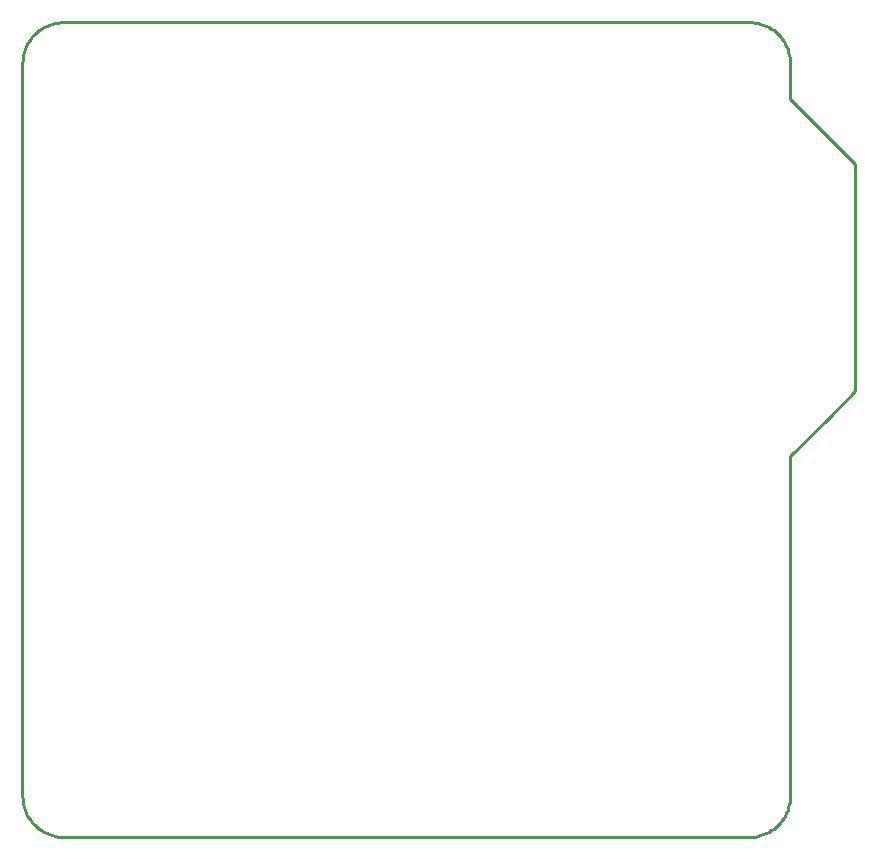
<source format=gko>
G04*
G04 #@! TF.GenerationSoftware,Altium Limited,Altium Designer,18.0.7 (293)*
G04*
G04 Layer_Color=16711935*
%FSLAX25Y25*%
%MOIN*%
G70*
G01*
G75*
%ADD10C,0.01000*%
D10*
X255906Y257874D02*
X255870Y258857D01*
X255765Y259835D01*
X255591Y260803D01*
X255347Y261756D01*
X255037Y262689D01*
X254660Y263598D01*
X254220Y264478D01*
X253718Y265324D01*
X253157Y266132D01*
X252540Y266898D01*
X251870Y267618D01*
X251150Y268288D01*
X250384Y268905D01*
X249576Y269466D01*
X248730Y269968D01*
X247850Y270408D01*
X246941Y270785D01*
X246008Y271095D01*
X245055Y271339D01*
X244087Y271513D01*
X243109Y271618D01*
X242126Y271654D01*
X13780D02*
X12797Y271618D01*
X11818Y271513D01*
X10851Y271339D01*
X9897Y271095D01*
X8964Y270785D01*
X8055Y270408D01*
X7176Y269968D01*
X6330Y269466D01*
X5522Y268905D01*
X4756Y268288D01*
X4036Y267618D01*
X3366Y266898D01*
X2748Y266132D01*
X2187Y265324D01*
X1685Y264478D01*
X1245Y263598D01*
X869Y262689D01*
X558Y261756D01*
X315Y260803D01*
X140Y259835D01*
X35Y258857D01*
X0Y257874D01*
Y13780D02*
X35Y12797D01*
X140Y11818D01*
X315Y10851D01*
X558Y9897D01*
X869Y8964D01*
X1245Y8055D01*
X1685Y7176D01*
X2187Y6330D01*
X2748Y5522D01*
X3366Y4756D01*
X4036Y4036D01*
X4756Y3366D01*
X5522Y2748D01*
X6330Y2187D01*
X7176Y1685D01*
X8055Y1245D01*
X8964Y869D01*
X9897Y558D01*
X10851Y315D01*
X11818Y140D01*
X12797Y35D01*
X13780Y0D01*
X242126D02*
X243109Y35D01*
X244087Y140D01*
X245055Y315D01*
X246008Y558D01*
X246941Y869D01*
X247850Y1245D01*
X248730Y1685D01*
X249576Y2187D01*
X250384Y2748D01*
X251150Y3366D01*
X251870Y4036D01*
X252540Y4756D01*
X253157Y5522D01*
X253718Y6330D01*
X254220Y7176D01*
X254660Y8055D01*
X255037Y8964D01*
X255347Y9897D01*
X255591Y10851D01*
X255765Y11818D01*
X255870Y12797D01*
X255906Y13780D01*
X277559Y148622D02*
Y224410D01*
X255906Y246063D02*
X277559Y224410D01*
X255906Y246063D02*
Y257874D01*
X13780Y271654D02*
X242126D01*
X0Y13780D02*
Y257874D01*
X13780Y0D02*
X242126D01*
X255906Y13780D02*
Y118110D01*
Y126969D01*
X268701Y139764D01*
X277559Y148622D01*
M02*

</source>
